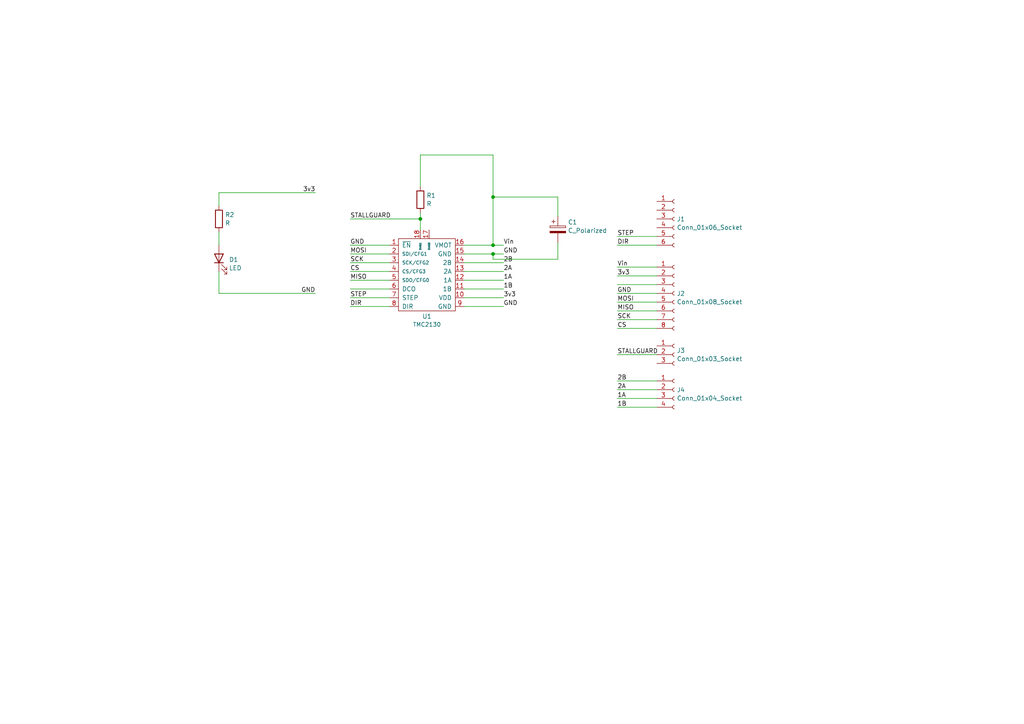
<source format=kicad_sch>
(kicad_sch (version 20250114) (generator "eeschema") (generator_version "9.0")
  (paper "A4")
  (lib_symbols
    (symbol "Connector:Conn_01x03_Socket" (pin_names (offset 1.016) (hide yes))
      (property "Reference" "J" (at 0 5.08 0))
      (property "Value" "Conn_01x03_Socket" (at 0 -5.08 0))
      (symbol "Conn_01x03_Socket_1_1"
        (polyline (pts (xy -1.27 2.54) (xy -0.508 2.54)) (stroke (width 0.1524)))
        (polyline (pts (xy -1.27 0) (xy -0.508 0)) (stroke (width 0.1524)))
        (polyline (pts (xy -1.27 -2.54) (xy -0.508 -2.54)) (stroke (width 0.1524)))
        (arc (start 0 2.032) (mid -0.5058 2.54) (end 0 3.048) (stroke (width 0.1524)))
        (arc (start 0 -0.508) (mid -0.5058 0) (end 0 0.508) (stroke (width 0.1524)))
        (arc (start 0 -3.048) (mid -0.5058 -2.54) (end 0 -2.032) (stroke (width 0.1524)))
        (pin passive line (at -5.08 2.54 0) (length 3.81) (name "Pin_1") (number "1"))
        (pin passive line (at -5.08 0 0) (length 3.81) (name "Pin_2") (number "2"))
        (pin passive line (at -5.08 -2.54 0) (length 3.81) (name "Pin_3") (number "3"))
      )
    )
    (symbol "Connector:Conn_01x04_Socket" (pin_names (offset 1.016) (hide yes))
      (property "Reference" "J" (at 0 5.08 0))
      (property "Value" "Conn_01x04_Socket" (at 0 -7.62 0))
      (symbol "Conn_01x04_Socket_1_1"
        (polyline (pts (xy -1.27 2.54) (xy -0.508 2.54)) (stroke (width 0.1524)))
        (polyline (pts (xy -1.27 0) (xy -0.508 0)) (stroke (width 0.1524)))
        (polyline (pts (xy -1.27 -2.54) (xy -0.508 -2.54)) (stroke (width 0.1524)))
        (polyline (pts (xy -1.27 -5.08) (xy -0.508 -5.08)) (stroke (width 0.1524)))
        (arc (start 0 2.032) (mid -0.5058 2.54) (end 0 3.048) (stroke (width 0.1524)))
        (arc (start 0 -0.508) (mid -0.5058 0) (end 0 0.508) (stroke (width 0.1524)))
        (arc (start 0 -3.048) (mid -0.5058 -2.54) (end 0 -2.032) (stroke (width 0.1524)))
        (arc (start 0 -5.588) (mid -0.5058 -5.08) (end 0 -4.572) (stroke (width 0.1524)))
        (pin passive line (at -5.08 2.54 0) (length 3.81) (name "Pin_1") (number "1"))
        (pin passive line (at -5.08 0 0) (length 3.81) (name "Pin_2") (number "2"))
        (pin passive line (at -5.08 -2.54 0) (length 3.81) (name "Pin_3") (number "3"))
        (pin passive line (at -5.08 -5.08 0) (length 3.81) (name "Pin_4") (number "4"))
      )
    )
    (symbol "Connector:Conn_01x06_Socket" (pin_names (offset 1.016) (hide yes))
      (property "Reference" "J" (at 0 7.62 0))
      (property "Value" "Conn_01x06_Socket" (at 0 -10.16 0))
      (symbol "Conn_01x06_Socket_1_1"
        (polyline (pts (xy -1.27 5.08) (xy -0.508 5.08)) (stroke (width 0.1524)))
        (polyline (pts (xy -1.27 2.54) (xy -0.508 2.54)) (stroke (width 0.1524)))
        (polyline (pts (xy -1.27 0) (xy -0.508 0)) (stroke (width 0.1524)))
        (polyline (pts (xy -1.27 -2.54) (xy -0.508 -2.54)) (stroke (width 0.1524)))
        (polyline (pts (xy -1.27 -5.08) (xy -0.508 -5.08)) (stroke (width 0.1524)))
        (polyline (pts (xy -1.27 -7.62) (xy -0.508 -7.62)) (stroke (width 0.1524)))
        (arc (start 0 4.572) (mid -0.5058 5.08) (end 0 5.588) (stroke (width 0.1524)))
        (arc (start 0 2.032) (mid -0.5058 2.54) (end 0 3.048) (stroke (width 0.1524)))
        (arc (start 0 -0.508) (mid -0.5058 0) (end 0 0.508) (stroke (width 0.1524)))
        (arc (start 0 -3.048) (mid -0.5058 -2.54) (end 0 -2.032) (stroke (width 0.1524)))
        (arc (start 0 -5.588) (mid -0.5058 -5.08) (end 0 -4.572) (stroke (width 0.1524)))
        (arc (start 0 -8.128) (mid -0.5058 -7.62) (end 0 -7.112) (stroke (width 0.1524)))
        (pin passive line (at -5.08 5.08 0) (length 3.81) (name "Pin_1") (number "1"))
        (pin passive line (at -5.08 2.54 0) (length 3.81) (name "Pin_2") (number "2"))
        (pin passive line (at -5.08 0 0) (length 3.81) (name "Pin_3") (number "3"))
        (pin passive line (at -5.08 -2.54 0) (length 3.81) (name "Pin_4") (number "4"))
        (pin passive line (at -5.08 -5.08 0) (length 3.81) (name "Pin_5") (number "5"))
        (pin passive line (at -5.08 -7.62 0) (length 3.81) (name "Pin_6") (number "6"))
      )
    )
    (symbol "Connector:Conn_01x08_Socket" (pin_names (offset 1.016) (hide yes))
      (property "Reference" "J" (at 0 10.16 0))
      (property "Value" "Conn_01x08_Socket" (at 0 -12.7 0))
      (symbol "Conn_01x08_Socket_1_1"
        (polyline (pts (xy -1.27 7.62) (xy -0.508 7.62)) (stroke (width 0.1524)))
        (polyline (pts (xy -1.27 5.08) (xy -0.508 5.08)) (stroke (width 0.1524)))
        (polyline (pts (xy -1.27 2.54) (xy -0.508 2.54)) (stroke (width 0.1524)))
        (polyline (pts (xy -1.27 0) (xy -0.508 0)) (stroke (width 0.1524)))
        (polyline (pts (xy -1.27 -2.54) (xy -0.508 -2.54)) (stroke (width 0.1524)))
        (polyline (pts (xy -1.27 -5.08) (xy -0.508 -5.08)) (stroke (width 0.1524)))
        (polyline (pts (xy -1.27 -7.62) (xy -0.508 -7.62)) (stroke (width 0.1524)))
        (polyline (pts (xy -1.27 -10.16) (xy -0.508 -10.16)) (stroke (width 0.1524)))
        (arc (start 0 7.112) (mid -0.5058 7.62) (end 0 8.128) (stroke (width 0.1524)))
        (arc (start 0 4.572) (mid -0.5058 5.08) (end 0 5.588) (stroke (width 0.1524)))
        (arc (start 0 2.032) (mid -0.5058 2.54) (end 0 3.048) (stroke (width 0.1524)))
        (arc (start 0 -0.508) (mid -0.5058 0) (end 0 0.508) (stroke (width 0.1524)))
        (arc (start 0 -3.048) (mid -0.5058 -2.54) (end 0 -2.032) (stroke (width 0.1524)))
        (arc (start 0 -5.588) (mid -0.5058 -5.08) (end 0 -4.572) (stroke (width 0.1524)))
        (arc (start 0 -8.128) (mid -0.5058 -7.62) (end 0 -7.112) (stroke (width 0.1524)))
        (arc (start 0 -10.668) (mid -0.5058 -10.16) (end 0 -9.652) (stroke (width 0.1524)))
        (pin passive line (at -5.08 7.62 0) (length 3.81) (name "Pin_1") (number "1"))
        (pin passive line (at -5.08 5.08 0) (length 3.81) (name "Pin_2") (number "2"))
        (pin passive line (at -5.08 2.54 0) (length 3.81) (name "Pin_3") (number "3"))
        (pin passive line (at -5.08 0 0) (length 3.81) (name "Pin_4") (number "4"))
        (pin passive line (at -5.08 -2.54 0) (length 3.81) (name "Pin_5") (number "5"))
        (pin passive line (at -5.08 -5.08 0) (length 3.81) (name "Pin_6") (number "6"))
        (pin passive line (at -5.08 -7.62 0) (length 3.81) (name "Pin_7") (number "7"))
        (pin passive line (at -5.08 -10.16 0) (length 3.81) (name "Pin_8") (number "8"))
      )
    )
    (symbol "Device:C_Polarized" (pin_numbers (hide yes)) (pin_names (offset 0.254))
      (property "Reference" "C" (at 0.635 2.54 0))
      (property "Value" "C_Polarized" (at 0.635 -2.54 0))
      (symbol "C_Polarized_0_1"
        (rectangle (start -2.286 0.508) (end 2.286 1.016))
        (polyline (pts (xy -1.778 2.286) (xy -0.762 2.286)))
        (polyline (pts (xy -1.27 2.794) (xy -1.27 1.778)))
        (rectangle (start 2.286 -0.508) (end -2.286 -1.016) (fill (type outline)))
      )
      (symbol "C_Polarized_1_1"
        (pin passive line (at 0 3.81 270) (length 2.794) (name "~") (number "1"))
        (pin passive line (at 0 -3.81 90) (length 2.794) (name "~") (number "2"))
      )
    )
    (symbol "Device:LED" (pin_numbers (hide yes)) (pin_names (offset 1.016) (hide yes))
      (property "Reference" "D" (at 0 2.54 0))
      (property "Value" "LED" (at 0 -2.54 0))
      (symbol "LED_0_1"
        (polyline (pts (xy -3.048 -0.762) (xy -4.572 -2.286) (xy -3.81 -2.286) (xy -4.572 -2.286) (xy -4.572 -1.524)))
        (polyline (pts (xy -1.778 -0.762) (xy -3.302 -2.286) (xy -2.54 -2.286) (xy -3.302 -2.286) (xy -3.302 -1.524)))
        (polyline (pts (xy -1.27 0) (xy 1.27 0)))
        (polyline (pts (xy -1.27 -1.27) (xy -1.27 1.27)) (stroke (width 0.254)))
        (polyline (pts (xy 1.27 -1.27) (xy 1.27 1.27) (xy -1.27 0) (xy 1.27 -1.27)) (stroke (width 0.254)))
      )
      (symbol "LED_1_1"
        (pin passive line (at -3.81 0 0) (length 2.54) (name "K") (number "1"))
        (pin passive line (at 3.81 0 180) (length 2.54) (name "A") (number "2"))
      )
    )
    (symbol "Device:R" (pin_numbers (hide yes)) (pin_names (offset 0))
      (property "Reference" "R" (at 2.032 0 90))
      (property "Value" "R" (at 0 0 90))
      (symbol "R_0_1"
        (rectangle (start -1.016 -2.54) (end 1.016 2.54) (stroke (width 0.254)))
      )
      (symbol "R_1_1"
        (pin passive line (at 0 3.81 270) (length 1.27) (name "~") (number "1"))
        (pin passive line (at 0 -3.81 90) (length 1.27) (name "~") (number "2"))
      )
    )
    (symbol "custom:TMC2130" (pin_names (offset 1.016))
      (property "Reference" "U" (at 10.795 -12.7 0))
      (property "Value" "TMC2130" (at 10.795 -20.32 0))
      (symbol "TMC2130_0_1"
        (rectangle (start 19.05 -19.05) (end 2.54 1.905))
      )
      (symbol "TMC2130_1_1"
        (pin input line (at 0 0 0) (length 2.54) (name "~{EN}") (number "1"))
        (pin input line (at 0 -2.54 0) (length 2.54) (name "SDI/CFG1") (number "2"))
        (pin input line (at 0 -5.08 0) (length 2.54) (name "SCK/CFG2") (number "3"))
        (pin input line (at 0 -7.62 0) (length 2.54) (name "CS/CFG3") (number "4"))
        (pin bidirectional line (at 0 -10.16 0) (length 2.54) (name "SDO/CFG0") (number "5"))
        (pin input line (at 0 -12.7 0) (length 2.54) (name "DCO") (number "6"))
        (pin input line (at 0 -15.24 0) (length 2.54) (name "STEP") (number "7"))
        (pin input line (at 0 -17.78 0) (length 2.54) (name "DIR") (number "8"))
        (pin input line (at 8.89 4.445 270) (length 2.54) (name "DIAG1") (number "18"))
        (pin input line (at 11.43 4.445 270) (length 2.54) (name "DIAG0") (number "17"))
        (pin power_in line (at 21.59 0 180) (length 2.54) (name "VMOT") (number "16"))
        (pin power_in line (at 21.59 -2.54 180) (length 2.54) (name "GND") (number "15"))
        (pin output line (at 21.59 -5.08 180) (length 2.54) (name "2B") (number "14"))
        (pin output line (at 21.59 -7.62 180) (length 2.54) (name "2A") (number "13"))
        (pin output line (at 21.59 -10.16 180) (length 2.54) (name "1A") (number "12"))
        (pin output line (at 21.59 -12.7 180) (length 2.54) (name "1B") (number "11"))
        (pin power_in line (at 21.59 -15.24 180) (length 2.54) (name "VDD") (number "10"))
        (pin power_in line (at 21.59 -17.78 180) (length 2.54) (name "GND") (number "9"))
      )
    )
  )
  (junction (at 143.002 57.15))
  (junction (at 121.92 63.5))
  (junction (at 143.002 73.66))
  (junction (at 143.002 71.12))
  (wire (pts (xy 134.62 73.66) (xy 143.002 73.66)))
  (wire (pts (xy 143.002 73.66) (xy 146.05 73.66)))
  (wire (pts (xy 179.07 71.12) (xy 190.5 71.12)))
  (wire (pts (xy 161.798 57.15) (xy 161.798 62.738)))
  (wire (pts (xy 179.07 115.57) (xy 190.5 115.57)))
  (wire (pts (xy 134.62 86.36) (xy 146.05 86.36)))
  (wire (pts (xy 134.62 71.12) (xy 143.002 71.12)))
  (wire (pts (xy 179.07 87.63) (xy 190.5 87.63)))
  (wire (pts (xy 179.07 113.03) (xy 190.5 113.03)))
  (wire (pts (xy 143.002 57.15) (xy 161.798 57.15)))
  (wire (pts (xy 101.6 81.28) (xy 113.03 81.28)))
  (wire (pts (xy 179.07 68.58) (xy 190.5 68.58)))
  (wire (pts (xy 121.92 63.5) (xy 121.92 66.675)))
  (wire (pts (xy 179.07 92.71) (xy 190.5 92.71)))
  (wire (pts (xy 134.62 88.9) (xy 146.05 88.9)))
  (wire (pts (xy 179.07 82.55) (xy 190.5 82.55)))
  (wire (pts (xy 121.92 44.958) (xy 143.002 44.958)))
  (wire (pts (xy 179.07 102.87) (xy 190.5 102.87)))
  (wire (pts (xy 143.002 44.958) (xy 143.002 57.15)))
  (wire (pts (xy 161.798 75.184) (xy 161.798 70.358)))
  (wire (pts (xy 63.5 67.31) (xy 63.5 71.12)))
  (wire (pts (xy 179.07 95.25) (xy 190.5 95.25)))
  (wire (pts (xy 134.62 76.2) (xy 146.05 76.2)))
  (wire (pts (xy 63.5 85.09) (xy 91.44 85.09)))
  (wire (pts (xy 101.6 71.12) (xy 113.03 71.12)))
  (wire (pts (xy 63.5 59.69) (xy 63.5 55.88)))
  (wire (pts (xy 179.07 85.09) (xy 190.5 85.09)))
  (wire (pts (xy 101.6 86.36) (xy 113.03 86.36)))
  (wire (pts (xy 63.5 55.88) (xy 91.44 55.88)))
  (wire (pts (xy 101.6 76.2) (xy 113.03 76.2)))
  (wire (pts (xy 101.6 73.66) (xy 113.03 73.66)))
  (wire (pts (xy 143.002 71.12) (xy 146.05 71.12)))
  (wire (pts (xy 179.07 90.17) (xy 190.5 90.17)))
  (wire (pts (xy 121.92 54.102) (xy 121.92 44.958)))
  (wire (pts (xy 63.5 78.74) (xy 63.5 85.09)))
  (wire (pts (xy 101.6 88.9) (xy 113.03 88.9)))
  (wire (pts (xy 143.002 75.184) (xy 161.798 75.184)))
  (wire (pts (xy 134.62 83.82) (xy 146.05 83.82)))
  (wire (pts (xy 143.002 71.12) (xy 143.002 57.15)))
  (wire (pts (xy 134.62 81.28) (xy 146.05 81.28)))
  (wire (pts (xy 179.07 118.11) (xy 190.5 118.11)))
  (wire (pts (xy 143.002 73.66) (xy 143.002 75.184)))
  (wire (pts (xy 179.07 77.47) (xy 190.5 77.47)))
  (wire (pts (xy 101.6 83.82) (xy 113.03 83.82)))
  (wire (pts (xy 101.6 63.5) (xy 121.92 63.5)))
  (wire (pts (xy 179.07 80.01) (xy 190.5 80.01)))
  (wire (pts (xy 101.6 78.74) (xy 113.03 78.74)))
  (wire (pts (xy 121.92 61.722) (xy 121.92 63.5)))
  (wire (pts (xy 134.62 78.74) (xy 146.05 78.74)))
  (wire (pts (xy 179.07 110.49) (xy 190.5 110.49)))
  (label "CS" (at 101.6 78.74 0))
  (label "MISO" (at 101.6 81.28 0))
  (label "DIR" (at 179.07 71.12 0))
  (label "SCK" (at 179.07 92.71 0))
  (label "GND" (at 146.05 88.9 0))
  (label "1A" (at 146.05 81.28 0))
  (label "2A" (at 179.07 113.03 0))
  (label "STEP" (at 179.07 68.58 0))
  (label "Vin" (at 146.05 71.12 0))
  (label "GND" (at 101.6 71.12 0))
  (label "3v3" (at 91.44 55.88 180))
  (label "2B" (at 179.07 110.49 0))
  (label "1B" (at 146.05 83.82 0))
  (label "STALLGUARD" (at 101.6 63.5 0))
  (label "STEP" (at 101.6 86.36 0))
  (label "MOSI" (at 101.6 73.66 0))
  (label "GND" (at 179.07 85.09 0))
  (label "Vin" (at 179.07 77.47 0))
  (label "3v3" (at 146.05 86.36 0))
  (label "2B" (at 146.05 76.2 0))
  (label "1B" (at 179.07 118.11 0))
  (label "MOSI" (at 179.07 87.63 0))
  (label "MISO" (at 179.07 90.17 0))
  (label "1A" (at 179.07 115.57 0))
  (label "DIR" (at 101.6 88.9 0))
  (label "STALLGUARD" (at 179.07 102.87 0))
  (label "3v3" (at 179.07 80.01 0))
  (label "GND" (at 91.44 85.09 180))
  (label "CS" (at 179.07 95.25 0))
  (label "SCK" (at 101.6 76.2 0))
  (label "GND" (at 146.05 73.66 0))
  (label "2A" (at 146.05 78.74 0))
  (symbol (lib_id "Device:R") (at 121.92 57.912 0) (unit 1)
    (property "Reference" "R1" (at 123.698 56.6998 0) (effects (justify left)))
    (property "Value" "R" (at 123.698 59.1241 0) (effects (justify left)))
    (property "Footprint" "Resistor_SMD:R_0805_2012Metric" (effects (hide yes)))
    (property "Description" "Resistor" (effects (hide yes)))
  )
  (symbol (lib_id "Device:C_Polarized") (at 161.798 66.548 0) (unit 1)
    (property "Reference" "C1" (at 164.719 64.4468 0) (effects (justify left)))
    (property "Value" "C_Polarized" (at 164.719 66.8711 0) (effects (justify left)))
    (property "Footprint" "Capacitor_SMD:CP_Elec_6.3x5.7" (effects (hide yes)))
    (property "Description" "Polarized capacitor" (effects (hide yes)))
  )
  (symbol (lib_id "Device:LED") (at 63.5 74.93 90) (unit 1)
    (property "Reference" "D1" (at 66.421 75.3053 90) (effects (justify right)))
    (property "Value" "LED" (at 66.421 77.7296 90) (effects (justify right)))
    (property "Description" "Light emitting diode" (effects (hide yes)))
    (property "Sim.Pins" "1=K 2=A" (effects (hide yes)))
  )
  (symbol (lib_id "custom:TMC2130") (at 113.03 71.12 0) (unit 1)
    (property "Reference" "U1" (at 123.825 91.7631 0))
    (property "Value" "TMC2130" (at 123.825 94.126 0) (effects (font (size 1.1938 1.1938))))
    (property "Footprint" "custom:StepstickTMCv2" (effects (hide yes)))
  )
  (symbol (lib_id "Connector:Conn_01x06_Socket") (at 195.58 63.5 0) (unit 1)
    (property "Reference" "J1" (at 196.2912 63.5578 0) (effects (justify left)))
    (property "Value" "Conn_01x06_Socket" (at 196.2912 65.9821 0) (effects (justify left)))
    (property "Footprint" "Connector_JST:JST_PH_S6B-PH-K_1x06_P2.00mm_Horizontal" (effects (hide yes)))
    (property "Description" "Generic connector, single row, 01x06, script generated" (effects (hide yes)))
  )
  (symbol (lib_id "Connector:Conn_01x08_Socket") (at 195.58 85.09 0) (unit 1)
    (property "Reference" "J2" (at 196.2912 85.1478 0) (effects (justify left)))
    (property "Value" "Conn_01x08_Socket" (at 196.2912 87.5721 0) (effects (justify left)))
    (property "Footprint" "Connector_JST:JST_PH_S8B-PH-K_1x08_P2.00mm_Horizontal" (effects (hide yes)))
    (property "Description" "Generic connector, single row, 01x08, script generated" (effects (hide yes)))
  )
  (symbol (lib_id "Connector:Conn_01x03_Socket") (at 195.58 102.87 0) (unit 1)
    (property "Reference" "J3" (at 196.2912 101.6578 0) (effects (justify left)))
    (property "Value" "Conn_01x03_Socket" (at 196.2912 104.0821 0) (effects (justify left)))
    (property "Footprint" "Connector_JST:JST_PH_S3B-PH-K_1x03_P2.00mm_Horizontal" (effects (hide yes)))
    (property "Description" "Generic connector, single row, 01x03, script generated" (effects (hide yes)))
  )
  (symbol (lib_id "Connector:Conn_01x04_Socket") (at 195.58 113.03 0) (unit 1)
    (property "Reference" "J4" (at 196.2912 113.0878 0) (effects (justify left)))
    (property "Value" "Conn_01x04_Socket" (at 196.2912 115.5121 0) (effects (justify left)))
    (property "Footprint" "Connector_JST:JST_PH_S4B-PH-K_1x04_P2.00mm_Horizontal" (effects (hide yes)))
    (property "Description" "Generic connector, single row, 01x04, script generated" (effects (hide yes)))
  )
  (symbol (lib_id "Device:R") (at 63.5 63.5 0) (unit 1)
    (property "Reference" "R2" (at 65.278 62.2878 0) (effects (justify left)))
    (property "Value" "R" (at 65.278 64.7121 0) (effects (justify left)))
    (property "Description" "Resistor" (effects (hide yes)))
  )
)
</source>
